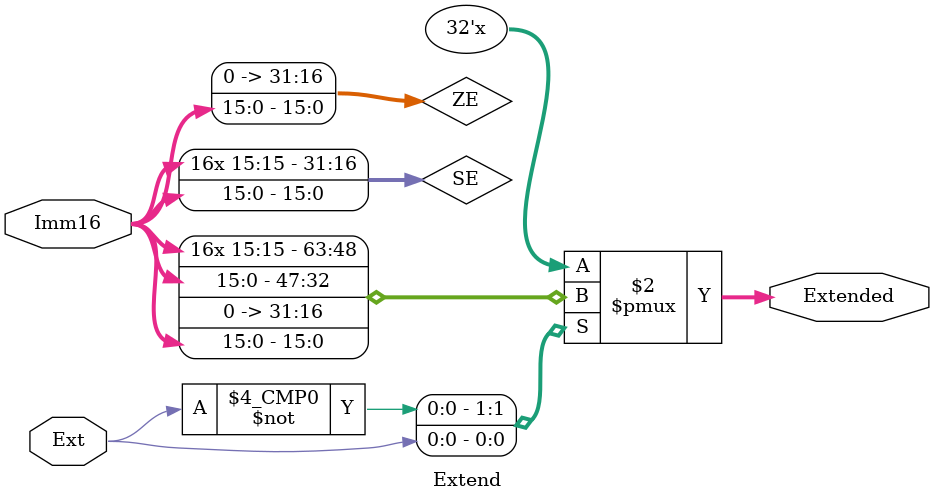
<source format=sv>
`timescale 1 ps / 100 fs

/* Function: MIPS();
 * Input: 
 * Output: 
 * Note: The CPU instructions to be implemented are LW, SW, J, JR, BNE, XORI, ADD, SUB, and SLT.
 */
module MIPS(clk, reset);


	/********************************************************************************
	 *************************** CPU DECLARATIONS ***********************************
	 ********************************************************************************/
	
	// CLOCK SETTINGS
	input clk, reset;
	
	// MAIN DECLARATIONS
	wire [31:0] Instr;
	
	// CONTROL SIGNALS
	wire RegDst, ALUSrc, MemToReg, RegWr, MemWr, Branch, Jump, JR, ZeroExt, xRt, xRs, AccZero, AccBranch;
	wire [1:0] ALUCntrl;
	
	// REGISTER FILE VARIABLES
	wire [4:0] Rs, Rt, Rd, WriteRegister;
	wire [31:0] WriteData;
	wire [31:0] ReadData1, ReadData2;
	
	// ALU VARIABLES
	wire [31:0] BussB;
	// wire [31:0] ALUOut;
	wire zero, overflow, CarryOut, negative;
	
	// IMMEDIATE
	wire [15:0] Imm16;
	wire [31:0] Extended;
	
	// MEMORY VARIABLES
	// wire [31:0] MemOut;
	
	// JUMP TARGET 
	wire [25:0] TargetInstr;
	
	// FORWARD VARIABLES
	wire [31:0] ForwardA, ForwardB;

	
	// PIPELINE DECLARATIONS
	wire [31:0] p_Instr;
	wire [15:0] p_Imm16;
	wire p_AccBranch;
		
	// PIPELINE DECLARATIONS: STAGE 3 (EXE)
	wire ex_MemToReg, ex_RegWr, ex_MemWr;
	wire [1:0] ex_ALUCntrl;
	wire [4:0] ex_WriteRegister;
	wire [15:0] ex_Imm16;
	wire [31:0] ex_ReadData1, ex_ReadData2, ex_BussB;

	wire [31:0] ex_ALUOut;	
	
	// PIPELINE DECLARATIONS: STAGE 4 (MEM)
	wire mem_MemToReg, mem_RegWr, mem_MemWr;
	wire [4:0] mem_WriteRegister;
	wire [31:0] mem_ReadData2;
	
	wire [31:0] mem_ALUOut, mem_MemOut;
	
	// PIPELINE DECLARATIONS: STAGE 5 (WR)
	wire wr_RegWr;
	wire [4:0] wr_WriteRegister;
	wire [31:0] wr_WriteData;

	
	
	/********************************************************************************
	 ************************** INSTRUCTION FETCH ***********************************
	 ********************************************************************************/
	 
	// FETCH INSTRUCTION
	FetchUnit Fetch1(.Branch(p_AccBranch), .Zero(AccZero), .Jump(Jump), .JR(JR), .TargetInstr(TargetInstr), 
						  .Regrs(ForwardA), .Imm16(p_Imm16), .Instr, .clk, .reset);
						  
	CheckBranch CheckAccBranch(.Opcode(Instr[31:26]), .AccBranch);
	
	// PIPELINE REGISTER STAGE: IF
   PipelineRegister InstrReg (.in(Instr), .out(p_Instr), .clk, .reset);
   PipelineImm Imm16Reg (.in(Instr[15:0]), .out(p_Imm16), .clk, .reset);
	D_FF BranchReg (.q(p_AccBranch), .d(AccBranch),.reset, .clk);
	
	
	/********************************************************************************
	 ********************************* REG/DECODE ***********************************
	 ********************************************************************************/
	 
	regfile reg1(.ReadData1, .ReadData2, .WriteData(wr_WriteData), 
			  .ReadRegister1(Rs), .ReadRegister2(Rt), .WriteRegister(wr_WriteRegister),
			  .RegWrite(wr_RegWr), .clk(~clk));
			  
	Control cntrl (.Instr(p_Instr), .RegDst, .WriteRegister, .ALUSrc, .MemToReg, .RegWr, .MemWr, .Branch, 
						.Jump, .JR, .ALUCntrl, .ZeroExt, .Rs, .Rt, .Rd, .xRs, .xRt, .Imm16, .TargetInstr);
	
	// Extend immediate 16		  
	Extend Ext1(.Imm16, .Extended, .Ext(ZeroExt));
	
	// Determine source for second ALU data	
	mux32_2to1 alusrc(.Input0(ForwardB),.Input1(Extended),.s(ALUSrc),.Out(BussB));
						  
	Forward forCntrl (.Rs, .Rt, .xRs, .xRt, .PortA(ex_WriteRegister), .PortB(mem_WriteRegister), .DataA(ReadData1), 
							.DataB(ReadData2), .ALUData(ex_ALUOut), .MemData(WriteData), .ForwardA, .ForwardB);
							
	// Accelerated Branch Test
	AcceleratedBranch BranchZero (.DataA(ForwardA), .DataB(ForwardB), .Zero(AccZero));
			  
	// PIPELINE REGISTER STAGE: REG/DECODE
	PipelineRegister ReadReg1 (.in(ForwardA), .out(ex_ReadData1), .clk, .reset);
	PipelineRegister ReadReg2 (.in(ForwardB), .out(ex_ReadData2), .clk, .reset);
	PipelineRegister ALUBBussB (.in(BussB), .out(ex_BussB), .clk, .reset);
	
	PipelineExecute PipeExe (.in({MemToReg, RegWr, MemWr, ALUCntrl, WriteRegister}),
												
										 .out({ex_MemToReg, ex_RegWr, ex_MemWr, ex_ALUCntrl,
												ex_WriteRegister}), .clk, .reset);
			  
	
	
	/********************************************************************************
	 ********************************** EXECUTE *************************************
	 ********************************************************************************/
	 
	alu alu1(.Output(ex_ALUOut), .CarryOut, .zero, .overflow,
		 .negative, .BussA(ex_ReadData1), .BussB(ex_BussB), .ALUControl(ex_ALUCntrl));
		 
	// PIPELINE REGISTER STAGE: EXE
	PipelineRegister ExeALUOut (.in(ex_ALUOut), .out(mem_ALUOut), .clk, .reset);
	PipelineRegister ExeDataB (.in(ex_ReadData2), .out(mem_ReadData2), .clk, .reset);
	
	PipelineMemory PipeMem (.in({ex_MemToReg, ex_RegWr, ex_MemWr, ex_WriteRegister}),
									.out({mem_MemToReg, mem_RegWr, mem_MemWr, mem_WriteRegister}), .clk, .reset);
												
	
   /********************************************************************************
	 ************************************ MEMORY ************************************
	 ********************************************************************************/
	 
   dataMem dmem1(.data(mem_MemOut), .address(mem_ALUOut), .writedata(mem_ReadData2),
			  .writeenable(mem_MemWr), .clk(clk));
	
	/*
	PipelineRegister MemReg (.in(mem_MemOut), .out(MemOut), .clk, .reset);
	PipelineRegister MemALUOut (.in(mem_ALUOut), .out(ALUOut), .clk, .reset);
	*/
	
	
	/********************************************************************************
	 ********************************* WRITE BACK ***********************************
	 ********************************************************************************/
	 
	mux32_2to1 mem2reg(.Input0(mem_ALUOut),.Input1(mem_MemOut), .s(mem_MemToReg),.Out(WriteData));
	
	// PIPELINE REGISTER STAGE: MEM
	PipelineRegister WriteReg (.in(WriteData), .out(wr_WriteData), .clk, .reset);
	PipelineWrite PipeWr (.in({mem_RegWr, mem_WriteRegister}), 
								 .out({wr_RegWr, wr_WriteRegister}), .clk, .reset);
						  
	

endmodule

module Extend (Imm16, Extended, Ext);
	input [15:0] Imm16;
	input Ext;
	output reg [31:0] Extended;
	
	reg [31:0] SE, ZE;
	
	assign SE[31:0] = {{16{Imm16[15]}},Imm16[15:0]};
	assign ZE[31:0] = {16'b0,Imm16[15:0]};
	
	always @(*) begin
		case (Ext)
			0 : Extended = SE;
		   1 : Extended = ZE;
			default;
		endcase
	end
endmodule

/*
module extendTest;
	wire[31:0] Extended;
	reg [15:0]Imm16;
	reg Ext;
	parameter ClockDelay = 100;
	extend e1(Imm16,Extended, Ext);
	initial begin 
	Imm16 = 16'b1111111111111111;
	Ext = 1 ;#(ClockDelay);
	Ext = 0 ;#(ClockDelay);
	end
endmodule 
*/

</source>
